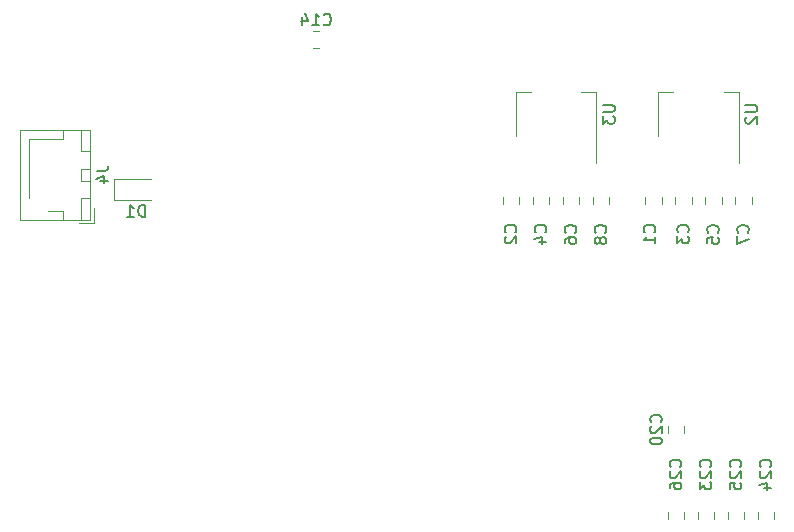
<source format=gbr>
%TF.GenerationSoftware,KiCad,Pcbnew,(5.1.6)-1*%
%TF.CreationDate,2021-07-30T14:46:14+05:30*%
%TF.ProjectId,StockPile_Final,53746f63-6b50-4696-9c65-5f46696e616c,rev?*%
%TF.SameCoordinates,Original*%
%TF.FileFunction,Legend,Bot*%
%TF.FilePolarity,Positive*%
%FSLAX46Y46*%
G04 Gerber Fmt 4.6, Leading zero omitted, Abs format (unit mm)*
G04 Created by KiCad (PCBNEW (5.1.6)-1) date 2021-07-30 14:46:14*
%MOMM*%
%LPD*%
G01*
G04 APERTURE LIST*
%ADD10C,0.120000*%
%ADD11C,0.150000*%
G04 APERTURE END LIST*
D10*
%TO.C,C26*%
X150420000Y-93906078D02*
X150420000Y-93388922D01*
X151840000Y-93906078D02*
X151840000Y-93388922D01*
%TO.C,C25*%
X155500000Y-93906078D02*
X155500000Y-93388922D01*
X156920000Y-93906078D02*
X156920000Y-93388922D01*
%TO.C,C24*%
X158040000Y-93906078D02*
X158040000Y-93388922D01*
X159460000Y-93906078D02*
X159460000Y-93388922D01*
%TO.C,C23*%
X152960000Y-93906078D02*
X152960000Y-93388922D01*
X154380000Y-93906078D02*
X154380000Y-93388922D01*
%TO.C,C20*%
X151840000Y-86101422D02*
X151840000Y-86618578D01*
X150420000Y-86101422D02*
X150420000Y-86618578D01*
%TO.C,C14*%
X120908578Y-54050000D02*
X120391422Y-54050000D01*
X120908578Y-52630000D02*
X120391422Y-52630000D01*
%TO.C,J4*%
X101520000Y-68600000D02*
X95550000Y-68600000D01*
X95550000Y-68600000D02*
X95550000Y-60980000D01*
X95550000Y-60980000D02*
X101520000Y-60980000D01*
X101520000Y-60980000D02*
X101520000Y-68600000D01*
X101510000Y-65290000D02*
X100760000Y-65290000D01*
X100760000Y-65290000D02*
X100760000Y-64290000D01*
X100760000Y-64290000D02*
X101510000Y-64290000D01*
X101510000Y-64290000D02*
X101510000Y-65290000D01*
X101510000Y-68590000D02*
X100760000Y-68590000D01*
X100760000Y-68590000D02*
X100760000Y-66790000D01*
X100760000Y-66790000D02*
X101510000Y-66790000D01*
X101510000Y-66790000D02*
X101510000Y-68590000D01*
X101510000Y-62790000D02*
X100760000Y-62790000D01*
X100760000Y-62790000D02*
X100760000Y-60990000D01*
X100760000Y-60990000D02*
X101510000Y-60990000D01*
X101510000Y-60990000D02*
X101510000Y-62790000D01*
X99260000Y-68590000D02*
X99260000Y-67840000D01*
X99260000Y-67840000D02*
X97920000Y-67840000D01*
X96310000Y-64790000D02*
X96310000Y-66780000D01*
X99260000Y-60990000D02*
X99260000Y-61740000D01*
X99260000Y-61740000D02*
X96310000Y-61740000D01*
X96310000Y-61740000D02*
X96310000Y-64790000D01*
X101810000Y-67640000D02*
X101810000Y-68890000D01*
X101810000Y-68890000D02*
X100560000Y-68890000D01*
%TO.C,D1*%
X103530000Y-66890000D02*
X106680000Y-66890000D01*
X103530000Y-65190000D02*
X106680000Y-65190000D01*
X103530000Y-66890000D02*
X103530000Y-65190000D01*
%TO.C,C8*%
X144070000Y-67236078D02*
X144070000Y-66718922D01*
X145490000Y-67236078D02*
X145490000Y-66718922D01*
%TO.C,C7*%
X156135000Y-67236078D02*
X156135000Y-66718922D01*
X157555000Y-67236078D02*
X157555000Y-66718922D01*
%TO.C,C6*%
X141530000Y-67236078D02*
X141530000Y-66718922D01*
X142950000Y-67236078D02*
X142950000Y-66718922D01*
%TO.C,C5*%
X153595000Y-67236078D02*
X153595000Y-66718922D01*
X155015000Y-67236078D02*
X155015000Y-66718922D01*
%TO.C,C4*%
X140410000Y-66718922D02*
X140410000Y-67236078D01*
X138990000Y-66718922D02*
X138990000Y-67236078D01*
%TO.C,C3*%
X152475000Y-66718922D02*
X152475000Y-67236078D01*
X151055000Y-66718922D02*
X151055000Y-67236078D01*
%TO.C,C2*%
X137870000Y-66718922D02*
X137870000Y-67236078D01*
X136450000Y-66718922D02*
X136450000Y-67236078D01*
%TO.C,C1*%
X149935000Y-66718922D02*
X149935000Y-67236078D01*
X148515000Y-66718922D02*
X148515000Y-67236078D01*
%TO.C,U3*%
X137560000Y-57755000D02*
X138820000Y-57755000D01*
X144380000Y-57755000D02*
X143120000Y-57755000D01*
X137560000Y-61515000D02*
X137560000Y-57755000D01*
X144380000Y-63765000D02*
X144380000Y-57755000D01*
%TO.C,U2*%
X149625000Y-57755000D02*
X150885000Y-57755000D01*
X156445000Y-57755000D02*
X155185000Y-57755000D01*
X149625000Y-61515000D02*
X149625000Y-57755000D01*
X156445000Y-63765000D02*
X156445000Y-57755000D01*
%TO.C,C26*%
D11*
X151487142Y-89527142D02*
X151534761Y-89479523D01*
X151582380Y-89336666D01*
X151582380Y-89241428D01*
X151534761Y-89098571D01*
X151439523Y-89003333D01*
X151344285Y-88955714D01*
X151153809Y-88908095D01*
X151010952Y-88908095D01*
X150820476Y-88955714D01*
X150725238Y-89003333D01*
X150630000Y-89098571D01*
X150582380Y-89241428D01*
X150582380Y-89336666D01*
X150630000Y-89479523D01*
X150677619Y-89527142D01*
X150677619Y-89908095D02*
X150630000Y-89955714D01*
X150582380Y-90050952D01*
X150582380Y-90289047D01*
X150630000Y-90384285D01*
X150677619Y-90431904D01*
X150772857Y-90479523D01*
X150868095Y-90479523D01*
X151010952Y-90431904D01*
X151582380Y-89860476D01*
X151582380Y-90479523D01*
X150582380Y-91336666D02*
X150582380Y-91146190D01*
X150630000Y-91050952D01*
X150677619Y-91003333D01*
X150820476Y-90908095D01*
X151010952Y-90860476D01*
X151391904Y-90860476D01*
X151487142Y-90908095D01*
X151534761Y-90955714D01*
X151582380Y-91050952D01*
X151582380Y-91241428D01*
X151534761Y-91336666D01*
X151487142Y-91384285D01*
X151391904Y-91431904D01*
X151153809Y-91431904D01*
X151058571Y-91384285D01*
X151010952Y-91336666D01*
X150963333Y-91241428D01*
X150963333Y-91050952D01*
X151010952Y-90955714D01*
X151058571Y-90908095D01*
X151153809Y-90860476D01*
%TO.C,C25*%
X156567142Y-89527142D02*
X156614761Y-89479523D01*
X156662380Y-89336666D01*
X156662380Y-89241428D01*
X156614761Y-89098571D01*
X156519523Y-89003333D01*
X156424285Y-88955714D01*
X156233809Y-88908095D01*
X156090952Y-88908095D01*
X155900476Y-88955714D01*
X155805238Y-89003333D01*
X155710000Y-89098571D01*
X155662380Y-89241428D01*
X155662380Y-89336666D01*
X155710000Y-89479523D01*
X155757619Y-89527142D01*
X155757619Y-89908095D02*
X155710000Y-89955714D01*
X155662380Y-90050952D01*
X155662380Y-90289047D01*
X155710000Y-90384285D01*
X155757619Y-90431904D01*
X155852857Y-90479523D01*
X155948095Y-90479523D01*
X156090952Y-90431904D01*
X156662380Y-89860476D01*
X156662380Y-90479523D01*
X155662380Y-91384285D02*
X155662380Y-90908095D01*
X156138571Y-90860476D01*
X156090952Y-90908095D01*
X156043333Y-91003333D01*
X156043333Y-91241428D01*
X156090952Y-91336666D01*
X156138571Y-91384285D01*
X156233809Y-91431904D01*
X156471904Y-91431904D01*
X156567142Y-91384285D01*
X156614761Y-91336666D01*
X156662380Y-91241428D01*
X156662380Y-91003333D01*
X156614761Y-90908095D01*
X156567142Y-90860476D01*
%TO.C,C24*%
X159107142Y-89527142D02*
X159154761Y-89479523D01*
X159202380Y-89336666D01*
X159202380Y-89241428D01*
X159154761Y-89098571D01*
X159059523Y-89003333D01*
X158964285Y-88955714D01*
X158773809Y-88908095D01*
X158630952Y-88908095D01*
X158440476Y-88955714D01*
X158345238Y-89003333D01*
X158250000Y-89098571D01*
X158202380Y-89241428D01*
X158202380Y-89336666D01*
X158250000Y-89479523D01*
X158297619Y-89527142D01*
X158297619Y-89908095D02*
X158250000Y-89955714D01*
X158202380Y-90050952D01*
X158202380Y-90289047D01*
X158250000Y-90384285D01*
X158297619Y-90431904D01*
X158392857Y-90479523D01*
X158488095Y-90479523D01*
X158630952Y-90431904D01*
X159202380Y-89860476D01*
X159202380Y-90479523D01*
X158535714Y-91336666D02*
X159202380Y-91336666D01*
X158154761Y-91098571D02*
X158869047Y-90860476D01*
X158869047Y-91479523D01*
%TO.C,C23*%
X154027142Y-89527142D02*
X154074761Y-89479523D01*
X154122380Y-89336666D01*
X154122380Y-89241428D01*
X154074761Y-89098571D01*
X153979523Y-89003333D01*
X153884285Y-88955714D01*
X153693809Y-88908095D01*
X153550952Y-88908095D01*
X153360476Y-88955714D01*
X153265238Y-89003333D01*
X153170000Y-89098571D01*
X153122380Y-89241428D01*
X153122380Y-89336666D01*
X153170000Y-89479523D01*
X153217619Y-89527142D01*
X153217619Y-89908095D02*
X153170000Y-89955714D01*
X153122380Y-90050952D01*
X153122380Y-90289047D01*
X153170000Y-90384285D01*
X153217619Y-90431904D01*
X153312857Y-90479523D01*
X153408095Y-90479523D01*
X153550952Y-90431904D01*
X154122380Y-89860476D01*
X154122380Y-90479523D01*
X153122380Y-90812857D02*
X153122380Y-91431904D01*
X153503333Y-91098571D01*
X153503333Y-91241428D01*
X153550952Y-91336666D01*
X153598571Y-91384285D01*
X153693809Y-91431904D01*
X153931904Y-91431904D01*
X154027142Y-91384285D01*
X154074761Y-91336666D01*
X154122380Y-91241428D01*
X154122380Y-90955714D01*
X154074761Y-90860476D01*
X154027142Y-90812857D01*
%TO.C,C20*%
X149837142Y-85717142D02*
X149884761Y-85669523D01*
X149932380Y-85526666D01*
X149932380Y-85431428D01*
X149884761Y-85288571D01*
X149789523Y-85193333D01*
X149694285Y-85145714D01*
X149503809Y-85098095D01*
X149360952Y-85098095D01*
X149170476Y-85145714D01*
X149075238Y-85193333D01*
X148980000Y-85288571D01*
X148932380Y-85431428D01*
X148932380Y-85526666D01*
X148980000Y-85669523D01*
X149027619Y-85717142D01*
X149027619Y-86098095D02*
X148980000Y-86145714D01*
X148932380Y-86240952D01*
X148932380Y-86479047D01*
X148980000Y-86574285D01*
X149027619Y-86621904D01*
X149122857Y-86669523D01*
X149218095Y-86669523D01*
X149360952Y-86621904D01*
X149932380Y-86050476D01*
X149932380Y-86669523D01*
X148932380Y-87288571D02*
X148932380Y-87383809D01*
X148980000Y-87479047D01*
X149027619Y-87526666D01*
X149122857Y-87574285D01*
X149313333Y-87621904D01*
X149551428Y-87621904D01*
X149741904Y-87574285D01*
X149837142Y-87526666D01*
X149884761Y-87479047D01*
X149932380Y-87383809D01*
X149932380Y-87288571D01*
X149884761Y-87193333D01*
X149837142Y-87145714D01*
X149741904Y-87098095D01*
X149551428Y-87050476D01*
X149313333Y-87050476D01*
X149122857Y-87098095D01*
X149027619Y-87145714D01*
X148980000Y-87193333D01*
X148932380Y-87288571D01*
%TO.C,C14*%
X121292857Y-52047142D02*
X121340476Y-52094761D01*
X121483333Y-52142380D01*
X121578571Y-52142380D01*
X121721428Y-52094761D01*
X121816666Y-51999523D01*
X121864285Y-51904285D01*
X121911904Y-51713809D01*
X121911904Y-51570952D01*
X121864285Y-51380476D01*
X121816666Y-51285238D01*
X121721428Y-51190000D01*
X121578571Y-51142380D01*
X121483333Y-51142380D01*
X121340476Y-51190000D01*
X121292857Y-51237619D01*
X120340476Y-52142380D02*
X120911904Y-52142380D01*
X120626190Y-52142380D02*
X120626190Y-51142380D01*
X120721428Y-51285238D01*
X120816666Y-51380476D01*
X120911904Y-51428095D01*
X119483333Y-51475714D02*
X119483333Y-52142380D01*
X119721428Y-51094761D02*
X119959523Y-51809047D01*
X119340476Y-51809047D01*
%TO.C,J4*%
X102062380Y-64456666D02*
X102776666Y-64456666D01*
X102919523Y-64409047D01*
X103014761Y-64313809D01*
X103062380Y-64170952D01*
X103062380Y-64075714D01*
X102395714Y-65361428D02*
X103062380Y-65361428D01*
X102014761Y-65123333D02*
X102729047Y-64885238D01*
X102729047Y-65504285D01*
%TO.C,D1*%
X106168095Y-68342380D02*
X106168095Y-67342380D01*
X105930000Y-67342380D01*
X105787142Y-67390000D01*
X105691904Y-67485238D01*
X105644285Y-67580476D01*
X105596666Y-67770952D01*
X105596666Y-67913809D01*
X105644285Y-68104285D01*
X105691904Y-68199523D01*
X105787142Y-68294761D01*
X105930000Y-68342380D01*
X106168095Y-68342380D01*
X104644285Y-68342380D02*
X105215714Y-68342380D01*
X104930000Y-68342380D02*
X104930000Y-67342380D01*
X105025238Y-67485238D01*
X105120476Y-67580476D01*
X105215714Y-67628095D01*
%TO.C,C8*%
X145137142Y-69683333D02*
X145184761Y-69635714D01*
X145232380Y-69492857D01*
X145232380Y-69397619D01*
X145184761Y-69254761D01*
X145089523Y-69159523D01*
X144994285Y-69111904D01*
X144803809Y-69064285D01*
X144660952Y-69064285D01*
X144470476Y-69111904D01*
X144375238Y-69159523D01*
X144280000Y-69254761D01*
X144232380Y-69397619D01*
X144232380Y-69492857D01*
X144280000Y-69635714D01*
X144327619Y-69683333D01*
X144660952Y-70254761D02*
X144613333Y-70159523D01*
X144565714Y-70111904D01*
X144470476Y-70064285D01*
X144422857Y-70064285D01*
X144327619Y-70111904D01*
X144280000Y-70159523D01*
X144232380Y-70254761D01*
X144232380Y-70445238D01*
X144280000Y-70540476D01*
X144327619Y-70588095D01*
X144422857Y-70635714D01*
X144470476Y-70635714D01*
X144565714Y-70588095D01*
X144613333Y-70540476D01*
X144660952Y-70445238D01*
X144660952Y-70254761D01*
X144708571Y-70159523D01*
X144756190Y-70111904D01*
X144851428Y-70064285D01*
X145041904Y-70064285D01*
X145137142Y-70111904D01*
X145184761Y-70159523D01*
X145232380Y-70254761D01*
X145232380Y-70445238D01*
X145184761Y-70540476D01*
X145137142Y-70588095D01*
X145041904Y-70635714D01*
X144851428Y-70635714D01*
X144756190Y-70588095D01*
X144708571Y-70540476D01*
X144660952Y-70445238D01*
%TO.C,C7*%
X157202142Y-69683333D02*
X157249761Y-69635714D01*
X157297380Y-69492857D01*
X157297380Y-69397619D01*
X157249761Y-69254761D01*
X157154523Y-69159523D01*
X157059285Y-69111904D01*
X156868809Y-69064285D01*
X156725952Y-69064285D01*
X156535476Y-69111904D01*
X156440238Y-69159523D01*
X156345000Y-69254761D01*
X156297380Y-69397619D01*
X156297380Y-69492857D01*
X156345000Y-69635714D01*
X156392619Y-69683333D01*
X156297380Y-70016666D02*
X156297380Y-70683333D01*
X157297380Y-70254761D01*
%TO.C,C6*%
X142597142Y-69683333D02*
X142644761Y-69635714D01*
X142692380Y-69492857D01*
X142692380Y-69397619D01*
X142644761Y-69254761D01*
X142549523Y-69159523D01*
X142454285Y-69111904D01*
X142263809Y-69064285D01*
X142120952Y-69064285D01*
X141930476Y-69111904D01*
X141835238Y-69159523D01*
X141740000Y-69254761D01*
X141692380Y-69397619D01*
X141692380Y-69492857D01*
X141740000Y-69635714D01*
X141787619Y-69683333D01*
X141692380Y-70540476D02*
X141692380Y-70350000D01*
X141740000Y-70254761D01*
X141787619Y-70207142D01*
X141930476Y-70111904D01*
X142120952Y-70064285D01*
X142501904Y-70064285D01*
X142597142Y-70111904D01*
X142644761Y-70159523D01*
X142692380Y-70254761D01*
X142692380Y-70445238D01*
X142644761Y-70540476D01*
X142597142Y-70588095D01*
X142501904Y-70635714D01*
X142263809Y-70635714D01*
X142168571Y-70588095D01*
X142120952Y-70540476D01*
X142073333Y-70445238D01*
X142073333Y-70254761D01*
X142120952Y-70159523D01*
X142168571Y-70111904D01*
X142263809Y-70064285D01*
%TO.C,C5*%
X154662142Y-69683333D02*
X154709761Y-69635714D01*
X154757380Y-69492857D01*
X154757380Y-69397619D01*
X154709761Y-69254761D01*
X154614523Y-69159523D01*
X154519285Y-69111904D01*
X154328809Y-69064285D01*
X154185952Y-69064285D01*
X153995476Y-69111904D01*
X153900238Y-69159523D01*
X153805000Y-69254761D01*
X153757380Y-69397619D01*
X153757380Y-69492857D01*
X153805000Y-69635714D01*
X153852619Y-69683333D01*
X153757380Y-70588095D02*
X153757380Y-70111904D01*
X154233571Y-70064285D01*
X154185952Y-70111904D01*
X154138333Y-70207142D01*
X154138333Y-70445238D01*
X154185952Y-70540476D01*
X154233571Y-70588095D01*
X154328809Y-70635714D01*
X154566904Y-70635714D01*
X154662142Y-70588095D01*
X154709761Y-70540476D01*
X154757380Y-70445238D01*
X154757380Y-70207142D01*
X154709761Y-70111904D01*
X154662142Y-70064285D01*
%TO.C,C4*%
X140057142Y-69653333D02*
X140104761Y-69605714D01*
X140152380Y-69462857D01*
X140152380Y-69367619D01*
X140104761Y-69224761D01*
X140009523Y-69129523D01*
X139914285Y-69081904D01*
X139723809Y-69034285D01*
X139580952Y-69034285D01*
X139390476Y-69081904D01*
X139295238Y-69129523D01*
X139200000Y-69224761D01*
X139152380Y-69367619D01*
X139152380Y-69462857D01*
X139200000Y-69605714D01*
X139247619Y-69653333D01*
X139485714Y-70510476D02*
X140152380Y-70510476D01*
X139104761Y-70272380D02*
X139819047Y-70034285D01*
X139819047Y-70653333D01*
%TO.C,C3*%
X152122142Y-69653333D02*
X152169761Y-69605714D01*
X152217380Y-69462857D01*
X152217380Y-69367619D01*
X152169761Y-69224761D01*
X152074523Y-69129523D01*
X151979285Y-69081904D01*
X151788809Y-69034285D01*
X151645952Y-69034285D01*
X151455476Y-69081904D01*
X151360238Y-69129523D01*
X151265000Y-69224761D01*
X151217380Y-69367619D01*
X151217380Y-69462857D01*
X151265000Y-69605714D01*
X151312619Y-69653333D01*
X151217380Y-69986666D02*
X151217380Y-70605714D01*
X151598333Y-70272380D01*
X151598333Y-70415238D01*
X151645952Y-70510476D01*
X151693571Y-70558095D01*
X151788809Y-70605714D01*
X152026904Y-70605714D01*
X152122142Y-70558095D01*
X152169761Y-70510476D01*
X152217380Y-70415238D01*
X152217380Y-70129523D01*
X152169761Y-70034285D01*
X152122142Y-69986666D01*
%TO.C,C2*%
X137517142Y-69653333D02*
X137564761Y-69605714D01*
X137612380Y-69462857D01*
X137612380Y-69367619D01*
X137564761Y-69224761D01*
X137469523Y-69129523D01*
X137374285Y-69081904D01*
X137183809Y-69034285D01*
X137040952Y-69034285D01*
X136850476Y-69081904D01*
X136755238Y-69129523D01*
X136660000Y-69224761D01*
X136612380Y-69367619D01*
X136612380Y-69462857D01*
X136660000Y-69605714D01*
X136707619Y-69653333D01*
X136707619Y-70034285D02*
X136660000Y-70081904D01*
X136612380Y-70177142D01*
X136612380Y-70415238D01*
X136660000Y-70510476D01*
X136707619Y-70558095D01*
X136802857Y-70605714D01*
X136898095Y-70605714D01*
X137040952Y-70558095D01*
X137612380Y-69986666D01*
X137612380Y-70605714D01*
%TO.C,C1*%
X149279642Y-69653333D02*
X149327261Y-69605714D01*
X149374880Y-69462857D01*
X149374880Y-69367619D01*
X149327261Y-69224761D01*
X149232023Y-69129523D01*
X149136785Y-69081904D01*
X148946309Y-69034285D01*
X148803452Y-69034285D01*
X148612976Y-69081904D01*
X148517738Y-69129523D01*
X148422500Y-69224761D01*
X148374880Y-69367619D01*
X148374880Y-69462857D01*
X148422500Y-69605714D01*
X148470119Y-69653333D01*
X149374880Y-70605714D02*
X149374880Y-70034285D01*
X149374880Y-70320000D02*
X148374880Y-70320000D01*
X148517738Y-70224761D01*
X148612976Y-70129523D01*
X148660595Y-70034285D01*
%TO.C,U3*%
X144922380Y-58903095D02*
X145731904Y-58903095D01*
X145827142Y-58950714D01*
X145874761Y-58998333D01*
X145922380Y-59093571D01*
X145922380Y-59284047D01*
X145874761Y-59379285D01*
X145827142Y-59426904D01*
X145731904Y-59474523D01*
X144922380Y-59474523D01*
X144922380Y-59855476D02*
X144922380Y-60474523D01*
X145303333Y-60141190D01*
X145303333Y-60284047D01*
X145350952Y-60379285D01*
X145398571Y-60426904D01*
X145493809Y-60474523D01*
X145731904Y-60474523D01*
X145827142Y-60426904D01*
X145874761Y-60379285D01*
X145922380Y-60284047D01*
X145922380Y-59998333D01*
X145874761Y-59903095D01*
X145827142Y-59855476D01*
%TO.C,U2*%
X156987380Y-58903095D02*
X157796904Y-58903095D01*
X157892142Y-58950714D01*
X157939761Y-58998333D01*
X157987380Y-59093571D01*
X157987380Y-59284047D01*
X157939761Y-59379285D01*
X157892142Y-59426904D01*
X157796904Y-59474523D01*
X156987380Y-59474523D01*
X157082619Y-59903095D02*
X157035000Y-59950714D01*
X156987380Y-60045952D01*
X156987380Y-60284047D01*
X157035000Y-60379285D01*
X157082619Y-60426904D01*
X157177857Y-60474523D01*
X157273095Y-60474523D01*
X157415952Y-60426904D01*
X157987380Y-59855476D01*
X157987380Y-60474523D01*
%TD*%
M02*

</source>
